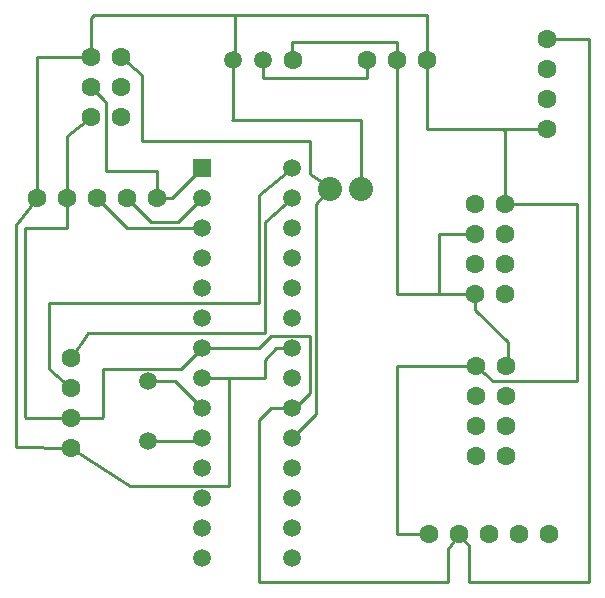
<source format=gtl>
G04 ---------------------------- Layer name :TOP LAYER*
G04 EasyEDA v5.8.22, Sun, 20 Jan 2019 09:53:09 GMT*
G04 867d7e44f41141d591986c9d2056cd44*
G04 Gerber Generator version 0.2*
G04 Scale: 100 percent, Rotated: No, Reflected: No *
G04 Dimensions in millimeters *
G04 leading zeros omitted , absolute positions ,3 integer and 3 decimal *
%FSLAX33Y33*%
%MOMM*%
G90*
G71D02*

%ADD10C,0.254000*%
%ADD11C,2.032000*%
%ADD12C,1.499997*%
%ADD13C,1.599997*%
%ADD14R,1.499997X1.499997*%

%LPD*%
G54D10*
G01X11938Y17741D02*
G01X14224Y17741D01*
G01X16510Y15455D01*
G01X11938Y12661D02*
G01X16510Y12661D01*
G01X16510Y12915D01*
G01X12700Y33235D02*
G01X13970Y33235D01*
G01X16510Y35775D01*
G01X16510Y33235D02*
G01X14478Y31203D01*
G01X12192Y31203D01*
G01X10160Y33235D01*
G01X16510Y30695D02*
G01X10160Y30695D01*
G01X7620Y33235D01*
G01X27391Y33997D02*
G01X26162Y32727D01*
G01X26162Y14947D01*
G01X24130Y12915D01*
G01X24130Y35775D02*
G01X24130Y35775D01*
G01X21336Y33489D01*
G01X21336Y24345D01*
G01X3556Y24345D01*
G01X3556Y18757D01*
G01X5427Y17142D01*
G01X24130Y33235D02*
G01X21844Y31191D01*
G01X21844Y21841D01*
G01X6858Y21805D01*
G01X5427Y19682D01*
G01X12700Y33235D02*
G01X12700Y35521D01*
G01X8382Y35521D01*
G01X8382Y41338D01*
G01X8128Y41617D01*
G01X7112Y42633D01*
G01X9652Y45173D02*
G01X11430Y43649D01*
G01X11430Y38061D01*
G01X25654Y38061D01*
G01X25654Y35267D01*
G01X27475Y34069D01*
G01X27391Y33997D01*
G01X21648Y44955D02*
G01X21648Y43395D01*
G01X30480Y43395D01*
G01X30480Y44919D01*
G01X7112Y45173D02*
G01X7112Y48475D01*
G01X7366Y48729D01*
G01X19304Y48729D01*
G01X19304Y45151D01*
G01X19108Y44955D01*
G01X19304Y48651D02*
G01X19304Y48729D01*
G01X35560Y48729D01*
G01X35560Y44919D01*
G01X19108Y44955D02*
G01X19108Y39898D01*
G01X19050Y39839D01*
G01X29972Y39839D01*
G01X29972Y33997D01*
G01X24130Y20281D02*
G01X24130Y20535D01*
G01X22783Y20535D01*
G01X21844Y19519D01*
G01X21844Y17995D01*
G01X16510Y17995D01*
G01X16510Y17995D02*
G01X18796Y17995D01*
G01X18796Y8851D01*
G01X10414Y8851D01*
G01X5428Y12062D01*
G01X5428Y12062D01*
G01X5428Y14602D02*
G01X8036Y14602D01*
G01X8128Y14693D01*
G01X8128Y18757D01*
G01X14732Y18757D01*
G01X16510Y20535D01*
G01X5427Y14602D02*
G01X1615Y14602D01*
G01X1524Y14693D01*
G01X1524Y30695D01*
G01X5080Y30695D01*
G01X5080Y33235D01*
G01X5080Y38514D01*
G01X7112Y40093D01*
G01X2540Y33235D02*
G01X762Y30949D01*
G01X762Y12153D01*
G01X5427Y12062D01*
G01X7112Y45173D02*
G01X2540Y45173D01*
G01X2540Y33235D01*
G01X24188Y44955D02*
G01X24188Y44955D01*
G01X24130Y46443D01*
G01X33020Y46443D01*
G01X33020Y44919D01*
G01X33020Y44919D02*
G01X33020Y25107D01*
G01X39674Y25105D01*
G01X39673Y25105D02*
G01X39673Y23788D01*
G01X42418Y21043D01*
G01X42418Y19129D01*
G01X42297Y19009D01*
G01X35560Y44919D02*
G01X35560Y39072D01*
G01X45707Y39072D01*
G01X42213Y32725D02*
G01X42213Y38830D01*
G01X41970Y39072D01*
G01X42214Y32725D02*
G01X48260Y32727D01*
G01X48260Y17744D01*
G01X41148Y17741D01*
G01X39756Y19009D01*
G01X39757Y19009D02*
G01X33022Y19009D01*
G01X33020Y19011D01*
G01X33020Y4787D01*
G01X35704Y4787D01*
G01X35740Y4823D01*
G01X24130Y15455D02*
G01X22352Y15455D01*
G01X21336Y14439D01*
G01X21336Y723D01*
G01X37338Y723D01*
G01X37338Y3517D01*
G01X38280Y4823D01*
G01X38280Y4823D01*
G01X16510Y20535D02*
G01X21336Y20535D01*
G01X22352Y21551D01*
G01X25654Y21551D01*
G01X25654Y16725D01*
G01X24130Y15201D01*
G01X45707Y46692D02*
G01X49276Y46697D01*
G01X49276Y723D01*
G01X39116Y723D01*
G01X39116Y3771D01*
G01X38280Y4823D01*
G01X39674Y30185D02*
G01X36578Y30185D01*
G01X36576Y30187D01*
G01X36576Y25204D01*
G01X36647Y25105D01*
G54D11*
G01X29972Y33997D03*
G01X27391Y33997D03*
G54D12*
G01X11938Y17741D03*
G01X11938Y12661D03*
G54D13*
G01X7112Y45173D03*
G01X9652Y45173D03*
G01X7112Y42633D03*
G01X9652Y42633D03*
G01X7112Y40093D03*
G01X9652Y40093D03*
G54D12*
G01X24130Y2755D03*
G01X24130Y5295D03*
G01X24130Y7835D03*
G01X24130Y10375D03*
G01X24130Y12915D03*
G01X24130Y15455D03*
G01X24130Y17995D03*
G01X24130Y20535D03*
G01X24130Y23075D03*
G01X24130Y25615D03*
G01X24130Y28155D03*
G01X24130Y30695D03*
G01X24130Y33235D03*
G01X24130Y35775D03*
G01X16510Y2755D03*
G01X16510Y5295D03*
G01X16510Y7835D03*
G01X16510Y10375D03*
G01X16510Y12915D03*
G01X16510Y15455D03*
G01X16510Y17995D03*
G01X16510Y20535D03*
G01X16510Y23075D03*
G01X16510Y25615D03*
G01X16510Y28155D03*
G01X16510Y30695D03*
G01X16510Y33235D03*
G54D14*
G01X16510Y35775D03*
G54D13*
G01X45707Y41611D03*
G01X45707Y44151D03*
G01X45707Y39071D03*
G01X45707Y46691D03*
G01X5428Y12062D03*
G01X5428Y14602D03*
G01X5428Y17142D03*
G01X5428Y19682D03*
G01X35740Y4823D03*
G01X38280Y4823D03*
G01X40820Y4823D03*
G01X43360Y4823D03*
G01X45900Y4823D03*
G01X39673Y30185D03*
G01X42213Y30185D03*
G01X39673Y27645D03*
G01X42213Y27645D03*
G01X39673Y25105D03*
G01X42213Y25105D03*
G01X39673Y32725D03*
G01X42213Y32725D03*
G01X39757Y16469D03*
G01X42297Y16469D03*
G01X39757Y13929D03*
G01X42297Y13929D03*
G01X39757Y11389D03*
G01X42297Y11389D03*
G01X39757Y19009D03*
G01X42297Y19009D03*
G01X24188Y44955D03*
G54D12*
G01X19108Y44955D03*
G01X21648Y44955D03*
G54D13*
G01X30480Y44919D03*
G01X33020Y44919D03*
G01X35560Y44919D03*
G01X5080Y33235D03*
G01X7620Y33235D03*
G01X10160Y33235D03*
G01X2540Y33235D03*
G01X12700Y33235D03*
M00*
M02*

</source>
